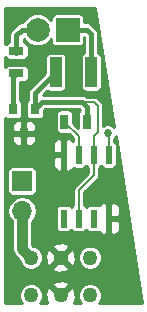
<source format=gtl>
G04 #@! TF.FileFunction,Copper,L1,Top,Signal*
%FSLAX46Y46*%
G04 Gerber Fmt 4.6, Leading zero omitted, Abs format (unit mm)*
G04 Created by KiCad (PCBNEW 4.0.5) date 01/24/17 21:51:59*
%MOMM*%
%LPD*%
G01*
G04 APERTURE LIST*
%ADD10C,0.150000*%
%ADD11R,1.000000X2.500000*%
%ADD12R,2.000000X2.000000*%
%ADD13C,2.000000*%
%ADD14R,1.700000X1.700000*%
%ADD15O,1.700000X1.700000*%
%ADD16R,0.800000X0.900000*%
%ADD17R,1.300000X0.700000*%
%ADD18R,0.700000X1.300000*%
%ADD19C,1.270000*%
%ADD20R,0.600000X1.550000*%
%ADD21C,0.685800*%
%ADD22C,0.457200*%
%ADD23C,0.152400*%
%ADD24C,0.762000*%
%ADD25C,0.914400*%
%ADD26C,0.254000*%
G04 APERTURE END LIST*
D10*
D11*
X128300000Y-58525000D03*
X131300000Y-58525000D03*
D12*
X129300000Y-54925000D03*
D13*
X126760000Y-54925000D03*
D14*
X125450000Y-67725000D03*
D15*
X125450000Y-70265000D03*
D16*
X126550000Y-61675000D03*
X124650000Y-61675000D03*
X125600000Y-63675000D03*
D17*
X124975000Y-58625000D03*
X124975000Y-56725000D03*
D18*
X129025000Y-62700000D03*
X130925000Y-62700000D03*
D19*
X126212400Y-74224800D03*
X128701600Y-74224800D03*
X131190800Y-74224800D03*
X126212400Y-77425200D03*
X128701600Y-77425200D03*
X131190800Y-77425200D03*
D20*
X132780000Y-65525000D03*
X131510000Y-65525000D03*
X130240000Y-65525000D03*
X128970000Y-65525000D03*
X128970000Y-70925000D03*
X130240000Y-70925000D03*
X131510000Y-70925000D03*
X132780000Y-70925000D03*
D21*
X132700000Y-63675000D03*
D22*
X131300000Y-58525000D02*
X131300000Y-55300000D01*
X131300000Y-55300000D02*
X130925000Y-54925000D01*
X130925000Y-54925000D02*
X129300000Y-54925000D01*
D23*
X132780000Y-65525000D02*
X132780000Y-63755000D01*
X132780000Y-63755000D02*
X132700000Y-63675000D01*
X131510000Y-65525000D02*
X131510000Y-63915000D01*
X131525000Y-61050000D02*
X130525000Y-61050000D01*
X131875000Y-61400000D02*
X131525000Y-61050000D01*
X131875000Y-63550000D02*
X131875000Y-61400000D01*
X131510000Y-63915000D02*
X131875000Y-63550000D01*
D22*
X130925000Y-62700000D02*
X130925000Y-61450000D01*
X130925000Y-61450000D02*
X130525000Y-61050000D01*
X127175000Y-61050000D02*
X126550000Y-61675000D01*
X130525000Y-61050000D02*
X127175000Y-61050000D01*
X126550000Y-61675000D02*
X126550000Y-60275000D01*
X126550000Y-60275000D02*
X128300000Y-58525000D01*
D23*
X130240000Y-70925000D02*
X130240000Y-68510000D01*
X131510000Y-67240000D02*
X131510000Y-65525000D01*
X130240000Y-68510000D02*
X131510000Y-67240000D01*
D22*
X128025000Y-58525000D02*
X128300000Y-58525000D01*
D23*
X128000000Y-58525000D02*
X128300000Y-58525000D01*
D22*
X124975000Y-56725000D02*
X124975000Y-55350000D01*
X125400000Y-54925000D02*
X126760000Y-54925000D01*
X124975000Y-55350000D02*
X125400000Y-54925000D01*
D24*
X124975000Y-56725000D02*
X124975000Y-56710000D01*
D25*
X125450000Y-70265000D02*
X125450000Y-73462400D01*
X125450000Y-73462400D02*
X126212400Y-74224800D01*
D22*
X124650000Y-61675000D02*
X124650000Y-58950000D01*
X124650000Y-58950000D02*
X124975000Y-58625000D01*
D23*
X130240000Y-65525000D02*
X130240000Y-63915000D01*
X130240000Y-63915000D02*
X129025000Y-62700000D01*
D26*
G36*
X133250618Y-63201936D02*
X133110592Y-63061665D01*
X132844624Y-62951226D01*
X132556639Y-62950975D01*
X132332200Y-63043711D01*
X132332200Y-61400000D01*
X132297398Y-61225037D01*
X132198289Y-61076711D01*
X131848289Y-60726711D01*
X131699963Y-60627602D01*
X131525000Y-60592800D01*
X130916919Y-60592800D01*
X130758284Y-60486803D01*
X130525000Y-60440400D01*
X127246704Y-60440400D01*
X127592653Y-60094451D01*
X127648866Y-60132859D01*
X127800000Y-60163464D01*
X128800000Y-60163464D01*
X128941190Y-60136897D01*
X129070865Y-60053454D01*
X129157859Y-59926134D01*
X129188464Y-59775000D01*
X129188464Y-57275000D01*
X129161897Y-57133810D01*
X129078454Y-57004135D01*
X128951134Y-56917141D01*
X128800000Y-56886536D01*
X127800000Y-56886536D01*
X127658810Y-56913103D01*
X127529135Y-56996546D01*
X127442141Y-57123866D01*
X127411536Y-57275000D01*
X127411536Y-58551360D01*
X126118948Y-59843948D01*
X125986803Y-60041716D01*
X125940400Y-60275000D01*
X125940400Y-60907123D01*
X125879135Y-60946546D01*
X125792141Y-61073866D01*
X125761536Y-61225000D01*
X125761536Y-62125000D01*
X125788103Y-62266190D01*
X125871546Y-62395865D01*
X125998866Y-62482859D01*
X126150000Y-62513464D01*
X126950000Y-62513464D01*
X127091190Y-62486897D01*
X127220865Y-62403454D01*
X127307859Y-62276134D01*
X127338464Y-62125000D01*
X127338464Y-61748641D01*
X127427505Y-61659600D01*
X130272496Y-61659600D01*
X130315400Y-61702505D01*
X130315400Y-61764297D01*
X130304135Y-61771546D01*
X130217141Y-61898866D01*
X130186536Y-62050000D01*
X130186536Y-63214957D01*
X129763464Y-62791886D01*
X129763464Y-62050000D01*
X129736897Y-61908810D01*
X129653454Y-61779135D01*
X129526134Y-61692141D01*
X129375000Y-61661536D01*
X128675000Y-61661536D01*
X128533810Y-61688103D01*
X128404135Y-61771546D01*
X128317141Y-61898866D01*
X128286536Y-62050000D01*
X128286536Y-63350000D01*
X128313103Y-63491190D01*
X128396546Y-63620865D01*
X128523866Y-63707859D01*
X128675000Y-63738464D01*
X129375000Y-63738464D01*
X129410252Y-63731831D01*
X129782800Y-64104379D01*
X129782800Y-64364775D01*
X129629699Y-64211673D01*
X129396310Y-64115000D01*
X129255750Y-64115000D01*
X129097000Y-64273750D01*
X129097000Y-65398000D01*
X129117000Y-65398000D01*
X129117000Y-65652000D01*
X129097000Y-65652000D01*
X129097000Y-66776250D01*
X129255750Y-66935000D01*
X129396310Y-66935000D01*
X129629699Y-66838327D01*
X129806579Y-66661446D01*
X129940000Y-66688464D01*
X130540000Y-66688464D01*
X130681190Y-66661897D01*
X130810865Y-66578454D01*
X130875530Y-66483813D01*
X130931546Y-66570865D01*
X131052800Y-66653714D01*
X131052800Y-67050622D01*
X129916711Y-68186711D01*
X129817602Y-68335037D01*
X129782800Y-68510000D01*
X129782800Y-69798405D01*
X129669135Y-69871546D01*
X129604470Y-69966187D01*
X129548454Y-69879135D01*
X129421134Y-69792141D01*
X129270000Y-69761536D01*
X128670000Y-69761536D01*
X128528810Y-69788103D01*
X128399135Y-69871546D01*
X128312141Y-69998866D01*
X128281536Y-70150000D01*
X128281536Y-71700000D01*
X128308103Y-71841190D01*
X128391546Y-71970865D01*
X128518866Y-72057859D01*
X128670000Y-72088464D01*
X129270000Y-72088464D01*
X129411190Y-72061897D01*
X129540865Y-71978454D01*
X129605530Y-71883813D01*
X129661546Y-71970865D01*
X129788866Y-72057859D01*
X129940000Y-72088464D01*
X130540000Y-72088464D01*
X130681190Y-72061897D01*
X130810865Y-71978454D01*
X130875530Y-71883813D01*
X130931546Y-71970865D01*
X131058866Y-72057859D01*
X131210000Y-72088464D01*
X131810000Y-72088464D01*
X131945031Y-72063056D01*
X132120301Y-72238327D01*
X132353690Y-72335000D01*
X132494250Y-72335000D01*
X132653000Y-72176250D01*
X132653000Y-71052000D01*
X132907000Y-71052000D01*
X132907000Y-72176250D01*
X133065750Y-72335000D01*
X133206310Y-72335000D01*
X133439699Y-72238327D01*
X133618327Y-72059698D01*
X133715000Y-71826309D01*
X133715000Y-71210750D01*
X133556250Y-71052000D01*
X132907000Y-71052000D01*
X132653000Y-71052000D01*
X132633000Y-71052000D01*
X132633000Y-70798000D01*
X132653000Y-70798000D01*
X132653000Y-69673750D01*
X132907000Y-69673750D01*
X132907000Y-70798000D01*
X133556250Y-70798000D01*
X133715000Y-70639250D01*
X133715000Y-70023691D01*
X133618327Y-69790302D01*
X133439699Y-69611673D01*
X133206310Y-69515000D01*
X133065750Y-69515000D01*
X132907000Y-69673750D01*
X132653000Y-69673750D01*
X132494250Y-69515000D01*
X132353690Y-69515000D01*
X132120301Y-69611673D01*
X131943421Y-69788554D01*
X131810000Y-69761536D01*
X131210000Y-69761536D01*
X131068810Y-69788103D01*
X130939135Y-69871546D01*
X130874470Y-69966187D01*
X130818454Y-69879135D01*
X130697200Y-69796286D01*
X130697200Y-68699378D01*
X131833289Y-67563289D01*
X131932398Y-67414963D01*
X131967200Y-67240000D01*
X131967200Y-66651595D01*
X132080865Y-66578454D01*
X132145530Y-66483813D01*
X132201546Y-66570865D01*
X132328866Y-66657859D01*
X132480000Y-66688464D01*
X133080000Y-66688464D01*
X133221190Y-66661897D01*
X133350865Y-66578454D01*
X133437859Y-66451134D01*
X133468464Y-66300000D01*
X133468464Y-64750000D01*
X133441897Y-64608810D01*
X133358454Y-64479135D01*
X133237200Y-64396286D01*
X133237200Y-64161594D01*
X133313335Y-64085592D01*
X133368896Y-63951785D01*
X135595687Y-78069000D01*
X131983972Y-78069000D01*
X132051621Y-78001469D01*
X132206624Y-77628182D01*
X132206976Y-77223992D01*
X132052625Y-76850434D01*
X131767069Y-76564379D01*
X131393782Y-76409376D01*
X130989592Y-76409024D01*
X130616034Y-76563375D01*
X130329979Y-76848931D01*
X130174976Y-77222218D01*
X130174624Y-77626408D01*
X130328975Y-77999966D01*
X130397889Y-78069000D01*
X129822557Y-78069000D01*
X129984281Y-77602536D01*
X129954506Y-77098177D01*
X129818779Y-76770503D01*
X129589733Y-76716672D01*
X128881205Y-77425200D01*
X128895348Y-77439343D01*
X128715743Y-77618948D01*
X128701600Y-77604805D01*
X128687458Y-77618948D01*
X128507853Y-77439343D01*
X128521995Y-77425200D01*
X127813467Y-76716672D01*
X127584421Y-76770503D01*
X127418919Y-77247864D01*
X127448694Y-77752223D01*
X127579907Y-78069000D01*
X127005572Y-78069000D01*
X127073221Y-78001469D01*
X127228224Y-77628182D01*
X127228576Y-77223992D01*
X127074225Y-76850434D01*
X126788669Y-76564379D01*
X126722895Y-76537067D01*
X127993072Y-76537067D01*
X128701600Y-77245595D01*
X129410128Y-76537067D01*
X129356297Y-76308021D01*
X128878936Y-76142519D01*
X128374577Y-76172294D01*
X128046903Y-76308021D01*
X127993072Y-76537067D01*
X126722895Y-76537067D01*
X126415382Y-76409376D01*
X126011192Y-76409024D01*
X125637634Y-76563375D01*
X125351579Y-76848931D01*
X125196576Y-77222218D01*
X125196224Y-77626408D01*
X125350575Y-77999966D01*
X125419489Y-78069000D01*
X124002000Y-78069000D01*
X124002000Y-70265000D01*
X124194883Y-70265000D01*
X124288587Y-70736083D01*
X124555435Y-71135448D01*
X124611800Y-71173110D01*
X124611800Y-73462400D01*
X124675604Y-73783166D01*
X124857303Y-74055097D01*
X125196252Y-74394046D01*
X125196224Y-74426008D01*
X125350575Y-74799566D01*
X125636131Y-75085621D01*
X126009418Y-75240624D01*
X126413608Y-75240976D01*
X126723495Y-75112933D01*
X127993072Y-75112933D01*
X128046903Y-75341979D01*
X128524264Y-75507481D01*
X129028623Y-75477706D01*
X129356297Y-75341979D01*
X129410128Y-75112933D01*
X128701600Y-74404405D01*
X127993072Y-75112933D01*
X126723495Y-75112933D01*
X126787166Y-75086625D01*
X127073221Y-74801069D01*
X127228224Y-74427782D01*
X127228555Y-74047464D01*
X127418919Y-74047464D01*
X127448694Y-74551823D01*
X127584421Y-74879497D01*
X127813467Y-74933328D01*
X128521995Y-74224800D01*
X128881205Y-74224800D01*
X129589733Y-74933328D01*
X129818779Y-74879497D01*
X129976004Y-74426008D01*
X130174624Y-74426008D01*
X130328975Y-74799566D01*
X130614531Y-75085621D01*
X130987818Y-75240624D01*
X131392008Y-75240976D01*
X131765566Y-75086625D01*
X132051621Y-74801069D01*
X132206624Y-74427782D01*
X132206976Y-74023592D01*
X132052625Y-73650034D01*
X131767069Y-73363979D01*
X131393782Y-73208976D01*
X130989592Y-73208624D01*
X130616034Y-73362975D01*
X130329979Y-73648531D01*
X130174976Y-74021818D01*
X130174624Y-74426008D01*
X129976004Y-74426008D01*
X129984281Y-74402136D01*
X129954506Y-73897777D01*
X129818779Y-73570103D01*
X129589733Y-73516272D01*
X128881205Y-74224800D01*
X128521995Y-74224800D01*
X127813467Y-73516272D01*
X127584421Y-73570103D01*
X127418919Y-74047464D01*
X127228555Y-74047464D01*
X127228576Y-74023592D01*
X127074225Y-73650034D01*
X126788669Y-73363979D01*
X126722895Y-73336667D01*
X127993072Y-73336667D01*
X128701600Y-74045195D01*
X129410128Y-73336667D01*
X129356297Y-73107621D01*
X128878936Y-72942119D01*
X128374577Y-72971894D01*
X128046903Y-73107621D01*
X127993072Y-73336667D01*
X126722895Y-73336667D01*
X126415382Y-73208976D01*
X126381941Y-73208947D01*
X126288200Y-73115206D01*
X126288200Y-71173110D01*
X126344565Y-71135448D01*
X126611413Y-70736083D01*
X126705117Y-70265000D01*
X126611413Y-69793917D01*
X126344565Y-69394552D01*
X125945200Y-69127704D01*
X125474117Y-69034000D01*
X125425883Y-69034000D01*
X124954800Y-69127704D01*
X124555435Y-69394552D01*
X124288587Y-69793917D01*
X124194883Y-70265000D01*
X124002000Y-70265000D01*
X124002000Y-66875000D01*
X124211536Y-66875000D01*
X124211536Y-68575000D01*
X124238103Y-68716190D01*
X124321546Y-68845865D01*
X124448866Y-68932859D01*
X124600000Y-68963464D01*
X126300000Y-68963464D01*
X126441190Y-68936897D01*
X126570865Y-68853454D01*
X126657859Y-68726134D01*
X126688464Y-68575000D01*
X126688464Y-66875000D01*
X126661897Y-66733810D01*
X126578454Y-66604135D01*
X126451134Y-66517141D01*
X126300000Y-66486536D01*
X124600000Y-66486536D01*
X124458810Y-66513103D01*
X124329135Y-66596546D01*
X124242141Y-66723866D01*
X124211536Y-66875000D01*
X124002000Y-66875000D01*
X124002000Y-65810750D01*
X128035000Y-65810750D01*
X128035000Y-66426309D01*
X128131673Y-66659698D01*
X128310301Y-66838327D01*
X128543690Y-66935000D01*
X128684250Y-66935000D01*
X128843000Y-66776250D01*
X128843000Y-65652000D01*
X128193750Y-65652000D01*
X128035000Y-65810750D01*
X124002000Y-65810750D01*
X124002000Y-63960750D01*
X124565000Y-63960750D01*
X124565000Y-64251309D01*
X124661673Y-64484698D01*
X124840301Y-64663327D01*
X125073690Y-64760000D01*
X125314250Y-64760000D01*
X125473000Y-64601250D01*
X125473000Y-63802000D01*
X125727000Y-63802000D01*
X125727000Y-64601250D01*
X125885750Y-64760000D01*
X126126310Y-64760000D01*
X126359699Y-64663327D01*
X126399334Y-64623691D01*
X128035000Y-64623691D01*
X128035000Y-65239250D01*
X128193750Y-65398000D01*
X128843000Y-65398000D01*
X128843000Y-64273750D01*
X128684250Y-64115000D01*
X128543690Y-64115000D01*
X128310301Y-64211673D01*
X128131673Y-64390302D01*
X128035000Y-64623691D01*
X126399334Y-64623691D01*
X126538327Y-64484698D01*
X126635000Y-64251309D01*
X126635000Y-63960750D01*
X126476250Y-63802000D01*
X125727000Y-63802000D01*
X125473000Y-63802000D01*
X124723750Y-63802000D01*
X124565000Y-63960750D01*
X124002000Y-63960750D01*
X124002000Y-63098691D01*
X124565000Y-63098691D01*
X124565000Y-63389250D01*
X124723750Y-63548000D01*
X125473000Y-63548000D01*
X125473000Y-62748750D01*
X125727000Y-62748750D01*
X125727000Y-63548000D01*
X126476250Y-63548000D01*
X126635000Y-63389250D01*
X126635000Y-63098691D01*
X126538327Y-62865302D01*
X126359699Y-62686673D01*
X126126310Y-62590000D01*
X125885750Y-62590000D01*
X125727000Y-62748750D01*
X125473000Y-62748750D01*
X125314250Y-62590000D01*
X125073690Y-62590000D01*
X124840301Y-62686673D01*
X124661673Y-62865302D01*
X124565000Y-63098691D01*
X124002000Y-63098691D01*
X124002000Y-62416673D01*
X124098866Y-62482859D01*
X124250000Y-62513464D01*
X125050000Y-62513464D01*
X125191190Y-62486897D01*
X125320865Y-62403454D01*
X125407859Y-62276134D01*
X125438464Y-62125000D01*
X125438464Y-61225000D01*
X125411897Y-61083810D01*
X125328454Y-60954135D01*
X125259600Y-60907089D01*
X125259600Y-59363464D01*
X125625000Y-59363464D01*
X125766190Y-59336897D01*
X125895865Y-59253454D01*
X125982859Y-59126134D01*
X126013464Y-58975000D01*
X126013464Y-58275000D01*
X125986897Y-58133810D01*
X125903454Y-58004135D01*
X125776134Y-57917141D01*
X125625000Y-57886536D01*
X124325000Y-57886536D01*
X124183810Y-57913103D01*
X124054135Y-57996546D01*
X124002000Y-58072848D01*
X124002000Y-57276638D01*
X124046546Y-57345865D01*
X124173866Y-57432859D01*
X124325000Y-57463464D01*
X124856677Y-57463464D01*
X124975000Y-57487000D01*
X125093323Y-57463464D01*
X125625000Y-57463464D01*
X125766190Y-57436897D01*
X125895865Y-57353454D01*
X125982859Y-57226134D01*
X126013464Y-57075000D01*
X126013464Y-56375000D01*
X125986897Y-56233810D01*
X125903454Y-56104135D01*
X125776134Y-56017141D01*
X125625000Y-55986536D01*
X125584600Y-55986536D01*
X125584600Y-55696660D01*
X125588563Y-55706251D01*
X125976705Y-56095072D01*
X126484097Y-56305759D01*
X127033493Y-56306239D01*
X127541251Y-56096437D01*
X127911536Y-55726799D01*
X127911536Y-55925000D01*
X127938103Y-56066190D01*
X128021546Y-56195865D01*
X128148866Y-56282859D01*
X128300000Y-56313464D01*
X130300000Y-56313464D01*
X130441190Y-56286897D01*
X130570865Y-56203454D01*
X130657859Y-56076134D01*
X130688464Y-55925000D01*
X130688464Y-55550568D01*
X130690400Y-55552504D01*
X130690400Y-56907159D01*
X130658810Y-56913103D01*
X130529135Y-56996546D01*
X130442141Y-57123866D01*
X130411536Y-57275000D01*
X130411536Y-59775000D01*
X130438103Y-59916190D01*
X130521546Y-60045865D01*
X130648866Y-60132859D01*
X130800000Y-60163464D01*
X131800000Y-60163464D01*
X131941190Y-60136897D01*
X132070865Y-60053454D01*
X132157859Y-59926134D01*
X132188464Y-59775000D01*
X132188464Y-57275000D01*
X132161897Y-57133810D01*
X132078454Y-57004135D01*
X131951134Y-56917141D01*
X131909600Y-56908730D01*
X131909600Y-55300000D01*
X131863197Y-55066716D01*
X131731052Y-54868948D01*
X131356052Y-54493948D01*
X131158284Y-54361803D01*
X130925000Y-54315400D01*
X130688464Y-54315400D01*
X130688464Y-53925000D01*
X130661897Y-53783810D01*
X130578454Y-53654135D01*
X130451134Y-53567141D01*
X130300000Y-53536536D01*
X128300000Y-53536536D01*
X128158810Y-53563103D01*
X128029135Y-53646546D01*
X127942141Y-53773866D01*
X127911536Y-53925000D01*
X127911536Y-54123813D01*
X127543295Y-53754928D01*
X127035903Y-53544241D01*
X126486507Y-53543761D01*
X125978749Y-53753563D01*
X125589928Y-54141705D01*
X125517804Y-54315400D01*
X125400000Y-54315400D01*
X125166716Y-54361803D01*
X124968948Y-54493948D01*
X124543948Y-54918948D01*
X124411803Y-55116716D01*
X124365400Y-55350000D01*
X124365400Y-55986536D01*
X124325000Y-55986536D01*
X124183810Y-56013103D01*
X124054135Y-56096546D01*
X124002000Y-56172848D01*
X124002000Y-53123300D01*
X131660856Y-53123300D01*
X133250618Y-63201936D01*
X133250618Y-63201936D01*
G37*
X133250618Y-63201936D02*
X133110592Y-63061665D01*
X132844624Y-62951226D01*
X132556639Y-62950975D01*
X132332200Y-63043711D01*
X132332200Y-61400000D01*
X132297398Y-61225037D01*
X132198289Y-61076711D01*
X131848289Y-60726711D01*
X131699963Y-60627602D01*
X131525000Y-60592800D01*
X130916919Y-60592800D01*
X130758284Y-60486803D01*
X130525000Y-60440400D01*
X127246704Y-60440400D01*
X127592653Y-60094451D01*
X127648866Y-60132859D01*
X127800000Y-60163464D01*
X128800000Y-60163464D01*
X128941190Y-60136897D01*
X129070865Y-60053454D01*
X129157859Y-59926134D01*
X129188464Y-59775000D01*
X129188464Y-57275000D01*
X129161897Y-57133810D01*
X129078454Y-57004135D01*
X128951134Y-56917141D01*
X128800000Y-56886536D01*
X127800000Y-56886536D01*
X127658810Y-56913103D01*
X127529135Y-56996546D01*
X127442141Y-57123866D01*
X127411536Y-57275000D01*
X127411536Y-58551360D01*
X126118948Y-59843948D01*
X125986803Y-60041716D01*
X125940400Y-60275000D01*
X125940400Y-60907123D01*
X125879135Y-60946546D01*
X125792141Y-61073866D01*
X125761536Y-61225000D01*
X125761536Y-62125000D01*
X125788103Y-62266190D01*
X125871546Y-62395865D01*
X125998866Y-62482859D01*
X126150000Y-62513464D01*
X126950000Y-62513464D01*
X127091190Y-62486897D01*
X127220865Y-62403454D01*
X127307859Y-62276134D01*
X127338464Y-62125000D01*
X127338464Y-61748641D01*
X127427505Y-61659600D01*
X130272496Y-61659600D01*
X130315400Y-61702505D01*
X130315400Y-61764297D01*
X130304135Y-61771546D01*
X130217141Y-61898866D01*
X130186536Y-62050000D01*
X130186536Y-63214957D01*
X129763464Y-62791886D01*
X129763464Y-62050000D01*
X129736897Y-61908810D01*
X129653454Y-61779135D01*
X129526134Y-61692141D01*
X129375000Y-61661536D01*
X128675000Y-61661536D01*
X128533810Y-61688103D01*
X128404135Y-61771546D01*
X128317141Y-61898866D01*
X128286536Y-62050000D01*
X128286536Y-63350000D01*
X128313103Y-63491190D01*
X128396546Y-63620865D01*
X128523866Y-63707859D01*
X128675000Y-63738464D01*
X129375000Y-63738464D01*
X129410252Y-63731831D01*
X129782800Y-64104379D01*
X129782800Y-64364775D01*
X129629699Y-64211673D01*
X129396310Y-64115000D01*
X129255750Y-64115000D01*
X129097000Y-64273750D01*
X129097000Y-65398000D01*
X129117000Y-65398000D01*
X129117000Y-65652000D01*
X129097000Y-65652000D01*
X129097000Y-66776250D01*
X129255750Y-66935000D01*
X129396310Y-66935000D01*
X129629699Y-66838327D01*
X129806579Y-66661446D01*
X129940000Y-66688464D01*
X130540000Y-66688464D01*
X130681190Y-66661897D01*
X130810865Y-66578454D01*
X130875530Y-66483813D01*
X130931546Y-66570865D01*
X131052800Y-66653714D01*
X131052800Y-67050622D01*
X129916711Y-68186711D01*
X129817602Y-68335037D01*
X129782800Y-68510000D01*
X129782800Y-69798405D01*
X129669135Y-69871546D01*
X129604470Y-69966187D01*
X129548454Y-69879135D01*
X129421134Y-69792141D01*
X129270000Y-69761536D01*
X128670000Y-69761536D01*
X128528810Y-69788103D01*
X128399135Y-69871546D01*
X128312141Y-69998866D01*
X128281536Y-70150000D01*
X128281536Y-71700000D01*
X128308103Y-71841190D01*
X128391546Y-71970865D01*
X128518866Y-72057859D01*
X128670000Y-72088464D01*
X129270000Y-72088464D01*
X129411190Y-72061897D01*
X129540865Y-71978454D01*
X129605530Y-71883813D01*
X129661546Y-71970865D01*
X129788866Y-72057859D01*
X129940000Y-72088464D01*
X130540000Y-72088464D01*
X130681190Y-72061897D01*
X130810865Y-71978454D01*
X130875530Y-71883813D01*
X130931546Y-71970865D01*
X131058866Y-72057859D01*
X131210000Y-72088464D01*
X131810000Y-72088464D01*
X131945031Y-72063056D01*
X132120301Y-72238327D01*
X132353690Y-72335000D01*
X132494250Y-72335000D01*
X132653000Y-72176250D01*
X132653000Y-71052000D01*
X132907000Y-71052000D01*
X132907000Y-72176250D01*
X133065750Y-72335000D01*
X133206310Y-72335000D01*
X133439699Y-72238327D01*
X133618327Y-72059698D01*
X133715000Y-71826309D01*
X133715000Y-71210750D01*
X133556250Y-71052000D01*
X132907000Y-71052000D01*
X132653000Y-71052000D01*
X132633000Y-71052000D01*
X132633000Y-70798000D01*
X132653000Y-70798000D01*
X132653000Y-69673750D01*
X132907000Y-69673750D01*
X132907000Y-70798000D01*
X133556250Y-70798000D01*
X133715000Y-70639250D01*
X133715000Y-70023691D01*
X133618327Y-69790302D01*
X133439699Y-69611673D01*
X133206310Y-69515000D01*
X133065750Y-69515000D01*
X132907000Y-69673750D01*
X132653000Y-69673750D01*
X132494250Y-69515000D01*
X132353690Y-69515000D01*
X132120301Y-69611673D01*
X131943421Y-69788554D01*
X131810000Y-69761536D01*
X131210000Y-69761536D01*
X131068810Y-69788103D01*
X130939135Y-69871546D01*
X130874470Y-69966187D01*
X130818454Y-69879135D01*
X130697200Y-69796286D01*
X130697200Y-68699378D01*
X131833289Y-67563289D01*
X131932398Y-67414963D01*
X131967200Y-67240000D01*
X131967200Y-66651595D01*
X132080865Y-66578454D01*
X132145530Y-66483813D01*
X132201546Y-66570865D01*
X132328866Y-66657859D01*
X132480000Y-66688464D01*
X133080000Y-66688464D01*
X133221190Y-66661897D01*
X133350865Y-66578454D01*
X133437859Y-66451134D01*
X133468464Y-66300000D01*
X133468464Y-64750000D01*
X133441897Y-64608810D01*
X133358454Y-64479135D01*
X133237200Y-64396286D01*
X133237200Y-64161594D01*
X133313335Y-64085592D01*
X133368896Y-63951785D01*
X135595687Y-78069000D01*
X131983972Y-78069000D01*
X132051621Y-78001469D01*
X132206624Y-77628182D01*
X132206976Y-77223992D01*
X132052625Y-76850434D01*
X131767069Y-76564379D01*
X131393782Y-76409376D01*
X130989592Y-76409024D01*
X130616034Y-76563375D01*
X130329979Y-76848931D01*
X130174976Y-77222218D01*
X130174624Y-77626408D01*
X130328975Y-77999966D01*
X130397889Y-78069000D01*
X129822557Y-78069000D01*
X129984281Y-77602536D01*
X129954506Y-77098177D01*
X129818779Y-76770503D01*
X129589733Y-76716672D01*
X128881205Y-77425200D01*
X128895348Y-77439343D01*
X128715743Y-77618948D01*
X128701600Y-77604805D01*
X128687458Y-77618948D01*
X128507853Y-77439343D01*
X128521995Y-77425200D01*
X127813467Y-76716672D01*
X127584421Y-76770503D01*
X127418919Y-77247864D01*
X127448694Y-77752223D01*
X127579907Y-78069000D01*
X127005572Y-78069000D01*
X127073221Y-78001469D01*
X127228224Y-77628182D01*
X127228576Y-77223992D01*
X127074225Y-76850434D01*
X126788669Y-76564379D01*
X126722895Y-76537067D01*
X127993072Y-76537067D01*
X128701600Y-77245595D01*
X129410128Y-76537067D01*
X129356297Y-76308021D01*
X128878936Y-76142519D01*
X128374577Y-76172294D01*
X128046903Y-76308021D01*
X127993072Y-76537067D01*
X126722895Y-76537067D01*
X126415382Y-76409376D01*
X126011192Y-76409024D01*
X125637634Y-76563375D01*
X125351579Y-76848931D01*
X125196576Y-77222218D01*
X125196224Y-77626408D01*
X125350575Y-77999966D01*
X125419489Y-78069000D01*
X124002000Y-78069000D01*
X124002000Y-70265000D01*
X124194883Y-70265000D01*
X124288587Y-70736083D01*
X124555435Y-71135448D01*
X124611800Y-71173110D01*
X124611800Y-73462400D01*
X124675604Y-73783166D01*
X124857303Y-74055097D01*
X125196252Y-74394046D01*
X125196224Y-74426008D01*
X125350575Y-74799566D01*
X125636131Y-75085621D01*
X126009418Y-75240624D01*
X126413608Y-75240976D01*
X126723495Y-75112933D01*
X127993072Y-75112933D01*
X128046903Y-75341979D01*
X128524264Y-75507481D01*
X129028623Y-75477706D01*
X129356297Y-75341979D01*
X129410128Y-75112933D01*
X128701600Y-74404405D01*
X127993072Y-75112933D01*
X126723495Y-75112933D01*
X126787166Y-75086625D01*
X127073221Y-74801069D01*
X127228224Y-74427782D01*
X127228555Y-74047464D01*
X127418919Y-74047464D01*
X127448694Y-74551823D01*
X127584421Y-74879497D01*
X127813467Y-74933328D01*
X128521995Y-74224800D01*
X128881205Y-74224800D01*
X129589733Y-74933328D01*
X129818779Y-74879497D01*
X129976004Y-74426008D01*
X130174624Y-74426008D01*
X130328975Y-74799566D01*
X130614531Y-75085621D01*
X130987818Y-75240624D01*
X131392008Y-75240976D01*
X131765566Y-75086625D01*
X132051621Y-74801069D01*
X132206624Y-74427782D01*
X132206976Y-74023592D01*
X132052625Y-73650034D01*
X131767069Y-73363979D01*
X131393782Y-73208976D01*
X130989592Y-73208624D01*
X130616034Y-73362975D01*
X130329979Y-73648531D01*
X130174976Y-74021818D01*
X130174624Y-74426008D01*
X129976004Y-74426008D01*
X129984281Y-74402136D01*
X129954506Y-73897777D01*
X129818779Y-73570103D01*
X129589733Y-73516272D01*
X128881205Y-74224800D01*
X128521995Y-74224800D01*
X127813467Y-73516272D01*
X127584421Y-73570103D01*
X127418919Y-74047464D01*
X127228555Y-74047464D01*
X127228576Y-74023592D01*
X127074225Y-73650034D01*
X126788669Y-73363979D01*
X126722895Y-73336667D01*
X127993072Y-73336667D01*
X128701600Y-74045195D01*
X129410128Y-73336667D01*
X129356297Y-73107621D01*
X128878936Y-72942119D01*
X128374577Y-72971894D01*
X128046903Y-73107621D01*
X127993072Y-73336667D01*
X126722895Y-73336667D01*
X126415382Y-73208976D01*
X126381941Y-73208947D01*
X126288200Y-73115206D01*
X126288200Y-71173110D01*
X126344565Y-71135448D01*
X126611413Y-70736083D01*
X126705117Y-70265000D01*
X126611413Y-69793917D01*
X126344565Y-69394552D01*
X125945200Y-69127704D01*
X125474117Y-69034000D01*
X125425883Y-69034000D01*
X124954800Y-69127704D01*
X124555435Y-69394552D01*
X124288587Y-69793917D01*
X124194883Y-70265000D01*
X124002000Y-70265000D01*
X124002000Y-66875000D01*
X124211536Y-66875000D01*
X124211536Y-68575000D01*
X124238103Y-68716190D01*
X124321546Y-68845865D01*
X124448866Y-68932859D01*
X124600000Y-68963464D01*
X126300000Y-68963464D01*
X126441190Y-68936897D01*
X126570865Y-68853454D01*
X126657859Y-68726134D01*
X126688464Y-68575000D01*
X126688464Y-66875000D01*
X126661897Y-66733810D01*
X126578454Y-66604135D01*
X126451134Y-66517141D01*
X126300000Y-66486536D01*
X124600000Y-66486536D01*
X124458810Y-66513103D01*
X124329135Y-66596546D01*
X124242141Y-66723866D01*
X124211536Y-66875000D01*
X124002000Y-66875000D01*
X124002000Y-65810750D01*
X128035000Y-65810750D01*
X128035000Y-66426309D01*
X128131673Y-66659698D01*
X128310301Y-66838327D01*
X128543690Y-66935000D01*
X128684250Y-66935000D01*
X128843000Y-66776250D01*
X128843000Y-65652000D01*
X128193750Y-65652000D01*
X128035000Y-65810750D01*
X124002000Y-65810750D01*
X124002000Y-63960750D01*
X124565000Y-63960750D01*
X124565000Y-64251309D01*
X124661673Y-64484698D01*
X124840301Y-64663327D01*
X125073690Y-64760000D01*
X125314250Y-64760000D01*
X125473000Y-64601250D01*
X125473000Y-63802000D01*
X125727000Y-63802000D01*
X125727000Y-64601250D01*
X125885750Y-64760000D01*
X126126310Y-64760000D01*
X126359699Y-64663327D01*
X126399334Y-64623691D01*
X128035000Y-64623691D01*
X128035000Y-65239250D01*
X128193750Y-65398000D01*
X128843000Y-65398000D01*
X128843000Y-64273750D01*
X128684250Y-64115000D01*
X128543690Y-64115000D01*
X128310301Y-64211673D01*
X128131673Y-64390302D01*
X128035000Y-64623691D01*
X126399334Y-64623691D01*
X126538327Y-64484698D01*
X126635000Y-64251309D01*
X126635000Y-63960750D01*
X126476250Y-63802000D01*
X125727000Y-63802000D01*
X125473000Y-63802000D01*
X124723750Y-63802000D01*
X124565000Y-63960750D01*
X124002000Y-63960750D01*
X124002000Y-63098691D01*
X124565000Y-63098691D01*
X124565000Y-63389250D01*
X124723750Y-63548000D01*
X125473000Y-63548000D01*
X125473000Y-62748750D01*
X125727000Y-62748750D01*
X125727000Y-63548000D01*
X126476250Y-63548000D01*
X126635000Y-63389250D01*
X126635000Y-63098691D01*
X126538327Y-62865302D01*
X126359699Y-62686673D01*
X126126310Y-62590000D01*
X125885750Y-62590000D01*
X125727000Y-62748750D01*
X125473000Y-62748750D01*
X125314250Y-62590000D01*
X125073690Y-62590000D01*
X124840301Y-62686673D01*
X124661673Y-62865302D01*
X124565000Y-63098691D01*
X124002000Y-63098691D01*
X124002000Y-62416673D01*
X124098866Y-62482859D01*
X124250000Y-62513464D01*
X125050000Y-62513464D01*
X125191190Y-62486897D01*
X125320865Y-62403454D01*
X125407859Y-62276134D01*
X125438464Y-62125000D01*
X125438464Y-61225000D01*
X125411897Y-61083810D01*
X125328454Y-60954135D01*
X125259600Y-60907089D01*
X125259600Y-59363464D01*
X125625000Y-59363464D01*
X125766190Y-59336897D01*
X125895865Y-59253454D01*
X125982859Y-59126134D01*
X126013464Y-58975000D01*
X126013464Y-58275000D01*
X125986897Y-58133810D01*
X125903454Y-58004135D01*
X125776134Y-57917141D01*
X125625000Y-57886536D01*
X124325000Y-57886536D01*
X124183810Y-57913103D01*
X124054135Y-57996546D01*
X124002000Y-58072848D01*
X124002000Y-57276638D01*
X124046546Y-57345865D01*
X124173866Y-57432859D01*
X124325000Y-57463464D01*
X124856677Y-57463464D01*
X124975000Y-57487000D01*
X125093323Y-57463464D01*
X125625000Y-57463464D01*
X125766190Y-57436897D01*
X125895865Y-57353454D01*
X125982859Y-57226134D01*
X126013464Y-57075000D01*
X126013464Y-56375000D01*
X125986897Y-56233810D01*
X125903454Y-56104135D01*
X125776134Y-56017141D01*
X125625000Y-55986536D01*
X125584600Y-55986536D01*
X125584600Y-55696660D01*
X125588563Y-55706251D01*
X125976705Y-56095072D01*
X126484097Y-56305759D01*
X127033493Y-56306239D01*
X127541251Y-56096437D01*
X127911536Y-55726799D01*
X127911536Y-55925000D01*
X127938103Y-56066190D01*
X128021546Y-56195865D01*
X128148866Y-56282859D01*
X128300000Y-56313464D01*
X130300000Y-56313464D01*
X130441190Y-56286897D01*
X130570865Y-56203454D01*
X130657859Y-56076134D01*
X130688464Y-55925000D01*
X130688464Y-55550568D01*
X130690400Y-55552504D01*
X130690400Y-56907159D01*
X130658810Y-56913103D01*
X130529135Y-56996546D01*
X130442141Y-57123866D01*
X130411536Y-57275000D01*
X130411536Y-59775000D01*
X130438103Y-59916190D01*
X130521546Y-60045865D01*
X130648866Y-60132859D01*
X130800000Y-60163464D01*
X131800000Y-60163464D01*
X131941190Y-60136897D01*
X132070865Y-60053454D01*
X132157859Y-59926134D01*
X132188464Y-59775000D01*
X132188464Y-57275000D01*
X132161897Y-57133810D01*
X132078454Y-57004135D01*
X131951134Y-56917141D01*
X131909600Y-56908730D01*
X131909600Y-55300000D01*
X131863197Y-55066716D01*
X131731052Y-54868948D01*
X131356052Y-54493948D01*
X131158284Y-54361803D01*
X130925000Y-54315400D01*
X130688464Y-54315400D01*
X130688464Y-53925000D01*
X130661897Y-53783810D01*
X130578454Y-53654135D01*
X130451134Y-53567141D01*
X130300000Y-53536536D01*
X128300000Y-53536536D01*
X128158810Y-53563103D01*
X128029135Y-53646546D01*
X127942141Y-53773866D01*
X127911536Y-53925000D01*
X127911536Y-54123813D01*
X127543295Y-53754928D01*
X127035903Y-53544241D01*
X126486507Y-53543761D01*
X125978749Y-53753563D01*
X125589928Y-54141705D01*
X125517804Y-54315400D01*
X125400000Y-54315400D01*
X125166716Y-54361803D01*
X124968948Y-54493948D01*
X124543948Y-54918948D01*
X124411803Y-55116716D01*
X124365400Y-55350000D01*
X124365400Y-55986536D01*
X124325000Y-55986536D01*
X124183810Y-56013103D01*
X124054135Y-56096546D01*
X124002000Y-56172848D01*
X124002000Y-53123300D01*
X131660856Y-53123300D01*
X133250618Y-63201936D01*
M02*

</source>
